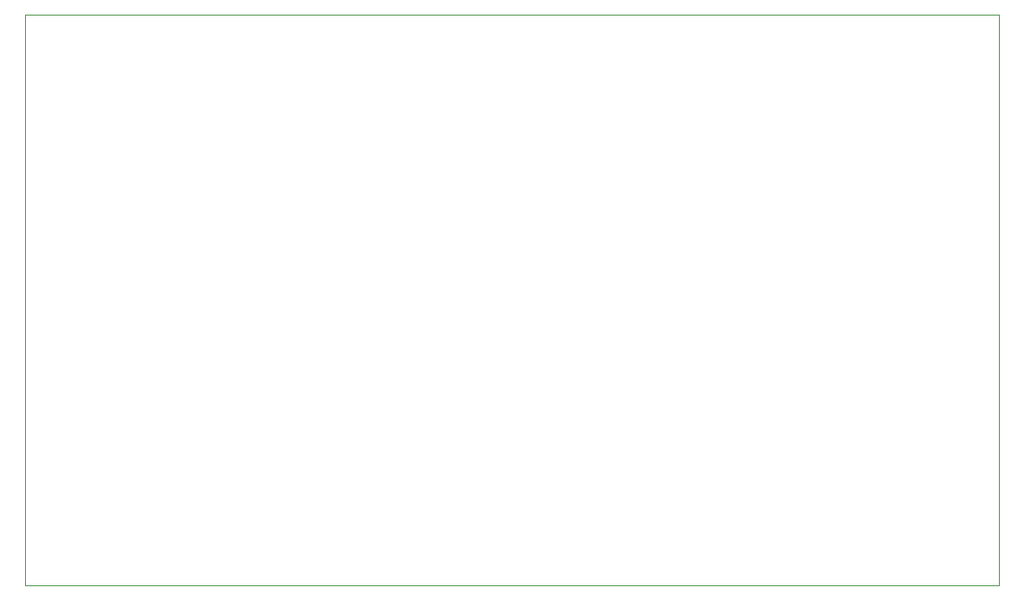
<source format=gbr>
%TF.GenerationSoftware,KiCad,Pcbnew,9.0.1*%
%TF.CreationDate,2025-05-09T16:34:40+03:00*%
%TF.ProjectId,PLL_1,504c4c5f-312e-46b6-9963-61645f706362,rev?*%
%TF.SameCoordinates,Original*%
%TF.FileFunction,Profile,NP*%
%FSLAX46Y46*%
G04 Gerber Fmt 4.6, Leading zero omitted, Abs format (unit mm)*
G04 Created by KiCad (PCBNEW 9.0.1) date 2025-05-09 16:34:40*
%MOMM*%
%LPD*%
G01*
G04 APERTURE LIST*
%TA.AperFunction,Profile*%
%ADD10C,0.050000*%
%TD*%
G04 APERTURE END LIST*
D10*
X39000000Y-55000000D02*
X134500000Y-55000000D01*
X134500000Y-111000000D01*
X39000000Y-111000000D01*
X39000000Y-55000000D01*
M02*

</source>
